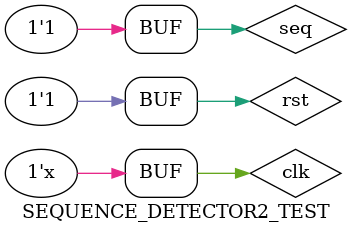
<source format=v>
`timescale 1ns / 1ps


//20L118 HARIHARAN R R

module SEQUENCE_DETECTOR2_TEST;

	// Inputs
	reg seq;
	reg clk;
	reg rst;

	// Outputs
	wire dout;

	// Instantiate the Unit Under Test (UUT)
	SEQUENCE_DETECTOR2 uut (
		.seq(seq), 
		.clk(clk), 
		.rst(rst), 
		.dout(dout)
	);

	initial begin
		// Initialize Inputs
	   seq = 0;
		clk = 0;
		rst = 0;
      end
	   always #100 clk=~clk;

		// Wait 100 ns for global reset to finish
		initial begin
		#100 rst=1'b0;seq=1'b1;
		#10  rst=1'b1;seq=1'b1;
		#10  rst=1'b0;seq=1'b0;
		#10  rst=1'b1;seq=1'b1;
		#100 rst=1'b01;seq=1'b1;
        
		// Add stimulus here

	end
      
endmodule


</source>
